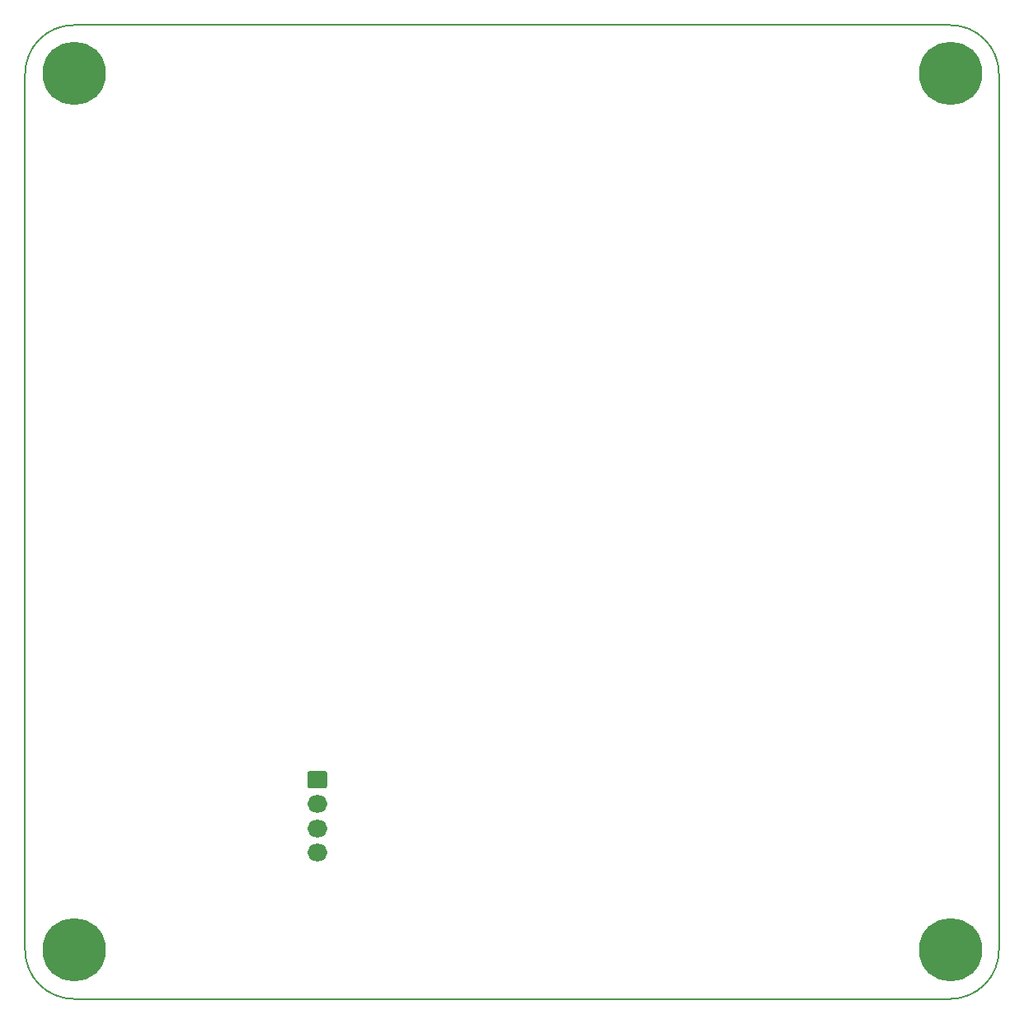
<source format=gbr>
%TF.GenerationSoftware,KiCad,Pcbnew,(5.1.6)-1*%
%TF.CreationDate,2020-12-06T17:28:13+01:00*%
%TF.ProjectId,04_La_Plaque_LEDS,30345f4c-615f-4506-9c61-7175655f4c45,rev?*%
%TF.SameCoordinates,Original*%
%TF.FileFunction,Soldermask,Bot*%
%TF.FilePolarity,Negative*%
%FSLAX46Y46*%
G04 Gerber Fmt 4.6, Leading zero omitted, Abs format (unit mm)*
G04 Created by KiCad (PCBNEW (5.1.6)-1) date 2020-12-06 17:28:13*
%MOMM*%
%LPD*%
G01*
G04 APERTURE LIST*
%TA.AperFunction,Profile*%
%ADD10C,0.150000*%
%TD*%
%ADD11C,0.900000*%
%ADD12C,6.500000*%
%ADD13O,2.050000X1.800000*%
G04 APERTURE END LIST*
D10*
X195000000Y-55000000D02*
G75*
G02*
X200000000Y-60000000I0J-5000000D01*
G01*
X200000000Y-150000000D02*
G75*
G02*
X195000000Y-155000000I-5000000J0D01*
G01*
X105000000Y-155000000D02*
G75*
G02*
X100000000Y-150000000I0J5000000D01*
G01*
X100000000Y-60000000D02*
G75*
G02*
X105000000Y-55000000I5000000J0D01*
G01*
X100000000Y-150000000D02*
X100000000Y-60000000D01*
X195000000Y-155000000D02*
X105000000Y-155000000D01*
X200000000Y-60000000D02*
X200000000Y-150000000D01*
X105000000Y-55000000D02*
X195000000Y-55000000D01*
D11*
%TO.C,H3*%
X196697056Y-148302944D03*
X195000000Y-147600000D03*
X193302944Y-148302944D03*
X192600000Y-150000000D03*
X193302944Y-151697056D03*
X195000000Y-152400000D03*
X196697056Y-151697056D03*
X197400000Y-150000000D03*
D12*
X195000000Y-150000000D03*
%TD*%
%TO.C,H1*%
X105000000Y-60000000D03*
D11*
X107400000Y-60000000D03*
X106697056Y-61697056D03*
X105000000Y-62400000D03*
X103302944Y-61697056D03*
X102600000Y-60000000D03*
X103302944Y-58302944D03*
X105000000Y-57600000D03*
X106697056Y-58302944D03*
%TD*%
D12*
%TO.C,H2*%
X195000000Y-60000000D03*
D11*
X197400000Y-60000000D03*
X196697056Y-61697056D03*
X195000000Y-62400000D03*
X193302944Y-61697056D03*
X192600000Y-60000000D03*
X193302944Y-58302944D03*
X195000000Y-57600000D03*
X196697056Y-58302944D03*
%TD*%
%TO.C,H4*%
X106697056Y-148302944D03*
X105000000Y-147600000D03*
X103302944Y-148302944D03*
X102600000Y-150000000D03*
X103302944Y-151697056D03*
X105000000Y-152400000D03*
X106697056Y-151697056D03*
X107400000Y-150000000D03*
D12*
X105000000Y-150000000D03*
%TD*%
%TO.C,J1*%
G36*
G01*
X129239706Y-131600000D02*
X130760294Y-131600000D01*
G75*
G02*
X131025000Y-131864706I0J-264706D01*
G01*
X131025000Y-133135294D01*
G75*
G02*
X130760294Y-133400000I-264706J0D01*
G01*
X129239706Y-133400000D01*
G75*
G02*
X128975000Y-133135294I0J264706D01*
G01*
X128975000Y-131864706D01*
G75*
G02*
X129239706Y-131600000I264706J0D01*
G01*
G37*
D13*
X130000000Y-135000000D03*
X130000000Y-137500000D03*
X130000000Y-140000000D03*
%TD*%
M02*

</source>
